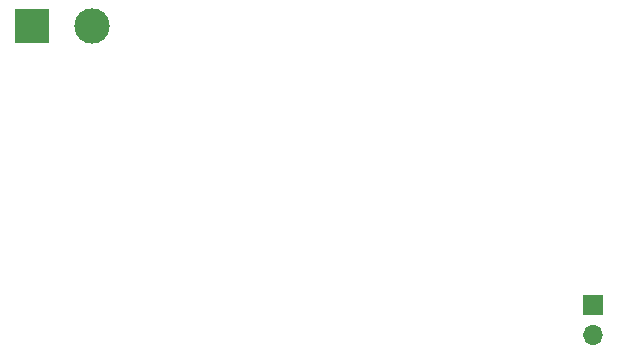
<source format=gbr>
%TF.GenerationSoftware,KiCad,Pcbnew,(6.0.2)*%
%TF.CreationDate,2022-03-08T21:55:07+01:00*%
%TF.ProjectId,simple-pc_-no-fiducials,73696d70-6c65-42d7-9063-5f2d6e6f2d66,rev?*%
%TF.SameCoordinates,Original*%
%TF.FileFunction,Soldermask,Bot*%
%TF.FilePolarity,Negative*%
%FSLAX46Y46*%
G04 Gerber Fmt 4.6, Leading zero omitted, Abs format (unit mm)*
G04 Created by KiCad (PCBNEW (6.0.2)) date 2022-03-08 21:55:07*
%MOMM*%
%LPD*%
G01*
G04 APERTURE LIST*
%ADD10R,1.700000X1.700000*%
%ADD11O,1.700000X1.700000*%
%ADD12C,3.000000*%
%ADD13R,3.000000X3.000000*%
G04 APERTURE END LIST*
D10*
%TO.C,J2*%
X146558000Y-82037000D03*
D11*
X146558000Y-84577000D03*
%TD*%
D12*
%TO.C,J1*%
X104140000Y-58420000D03*
D13*
X99060000Y-58420000D03*
%TD*%
M02*

</source>
